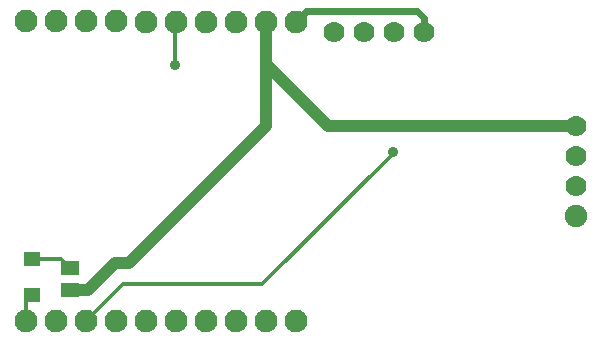
<source format=gbr>
G04 EAGLE Gerber RS-274X export*
G75*
%MOMM*%
%FSLAX34Y34*%
%LPD*%
%INTop Copper*%
%IPPOS*%
%AMOC8*
5,1,8,0,0,1.08239X$1,22.5*%
G01*
%ADD10R,1.400000X1.200000*%
%ADD11R,1.500000X1.300000*%
%ADD12C,1.778000*%
%ADD13C,1.900000*%
%ADD14C,1.930400*%
%ADD15C,1.016000*%
%ADD16C,0.304800*%
%ADD17C,0.906400*%
%ADD18C,0.609600*%


D10*
X37440Y75680D03*
X37440Y45680D03*
D11*
X69480Y68650D03*
X69480Y49650D03*
D12*
X498158Y188100D03*
X498158Y162700D03*
X498158Y137300D03*
D13*
X498158Y111900D03*
D12*
X369650Y268410D03*
X344250Y268410D03*
X318850Y268410D03*
X293450Y268410D03*
D14*
X260925Y276800D03*
X235525Y276800D03*
X210125Y276800D03*
X184725Y276800D03*
X159325Y276800D03*
X133925Y276800D03*
X108525Y277000D03*
X83125Y277000D03*
X57725Y277000D03*
X32325Y277000D03*
X32325Y23000D03*
X57725Y23000D03*
X83125Y23000D03*
X108525Y23000D03*
X133925Y23000D03*
X159325Y23000D03*
X184725Y23000D03*
X210125Y23000D03*
X235525Y23000D03*
X260925Y23000D03*
D15*
X235525Y240725D02*
X235525Y276800D01*
X288150Y188100D02*
X498158Y188100D01*
X288150Y188100D02*
X235525Y240725D01*
X235525Y188535D01*
X119500Y72510D02*
X107580Y72510D01*
X84720Y49650D01*
X69480Y49650D01*
X119500Y72510D02*
X235525Y188535D01*
D16*
X62450Y75680D02*
X37440Y75680D01*
X62450Y75680D02*
X69480Y68650D01*
D17*
X158750Y240030D03*
D16*
X158750Y276225D01*
X159325Y276800D01*
X114735Y54610D02*
X83125Y23000D01*
X232410Y54610D02*
X342900Y165100D01*
X342900Y166370D01*
D17*
X342900Y166370D03*
D16*
X232410Y54610D02*
X114735Y54610D01*
X32325Y40565D02*
X32325Y23000D01*
X32325Y40565D02*
X37440Y45680D01*
D18*
X369650Y268410D02*
X369650Y279840D01*
X363740Y285750D01*
X269875Y285750D01*
X260925Y276800D01*
M02*

</source>
